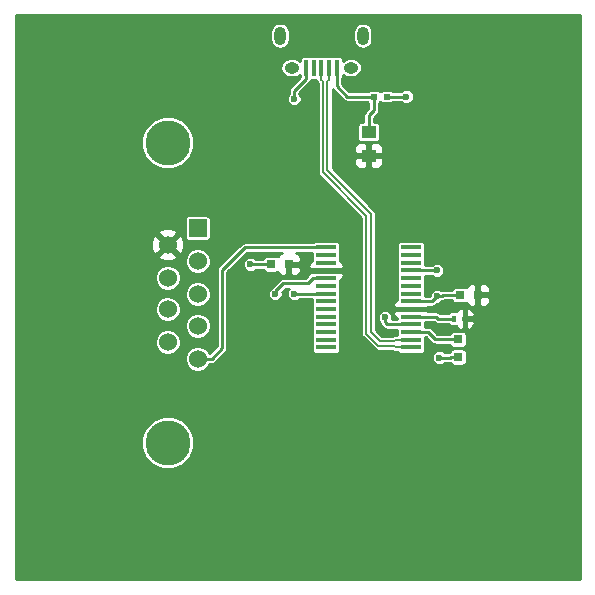
<source format=gtl>
G04 #@! TF.FileFunction,Copper,L1,Top,Signal*
%FSLAX46Y46*%
G04 Gerber Fmt 4.6, Leading zero omitted, Abs format (unit mm)*
G04 Created by KiCad (PCBNEW 4.0.2-stable) date Wed 04 May 2016 02:46:17 PM EDT*
%MOMM*%
G01*
G04 APERTURE LIST*
%ADD10C,0.100000*%
%ADD11R,0.600000X0.500000*%
%ADD12R,0.800000X0.750000*%
%ADD13R,0.750000X0.800000*%
%ADD14C,3.810000*%
%ADD15R,1.524000X1.524000*%
%ADD16C,1.524000*%
%ADD17R,1.250000X1.000000*%
%ADD18R,0.400000X1.350000*%
%ADD19O,1.250000X0.950000*%
%ADD20O,1.000000X1.550000*%
%ADD21R,0.400000X0.600000*%
%ADD22R,1.750000X0.450000*%
%ADD23C,0.600000*%
%ADD24C,0.250000*%
%ADD25C,0.200000*%
%ADD26C,0.254000*%
G04 APERTURE END LIST*
D10*
D11*
X161450000Y-78000000D03*
X162550000Y-78000000D03*
D12*
X154250000Y-92200000D03*
X152750000Y-92200000D03*
X170250000Y-94800000D03*
X168750000Y-94800000D03*
D13*
X168600000Y-98550000D03*
X168600000Y-100050000D03*
D14*
X144000000Y-81903000D03*
X144000000Y-107303000D03*
D15*
X146540000Y-89142000D03*
D16*
X146540000Y-91936000D03*
X146540000Y-94730000D03*
X146540000Y-97397000D03*
X146540000Y-100191000D03*
X144000000Y-98794000D03*
X144000000Y-96000000D03*
X144000000Y-93333000D03*
X144000000Y-90539000D03*
D17*
X161000000Y-81000000D03*
X161000000Y-83000000D03*
D18*
X158300900Y-75562540D03*
X157650900Y-75562540D03*
X157000900Y-75562540D03*
X156350900Y-75562540D03*
X155700900Y-75562540D03*
D19*
X159500900Y-75562540D03*
X154500900Y-75562540D03*
D20*
X160500900Y-72862540D03*
X153500900Y-72862540D03*
D21*
X168250000Y-96800000D03*
X169150000Y-96800000D03*
D22*
X157400000Y-90775000D03*
X157400000Y-91425000D03*
X157400000Y-92075000D03*
X157400000Y-92725000D03*
X157400000Y-93375000D03*
X157400000Y-94025000D03*
X157400000Y-94675000D03*
X157400000Y-95325000D03*
X157400000Y-95975000D03*
X157400000Y-96625000D03*
X157400000Y-97275000D03*
X157400000Y-97925000D03*
X157400000Y-98575000D03*
X157400000Y-99225000D03*
X164600000Y-99225000D03*
X164600000Y-98575000D03*
X164600000Y-97925000D03*
X164600000Y-97275000D03*
X164600000Y-96625000D03*
X164600000Y-95975000D03*
X164600000Y-95325000D03*
X164600000Y-94675000D03*
X164600000Y-94025000D03*
X164600000Y-93375000D03*
X164600000Y-92725000D03*
X164600000Y-92075000D03*
X164600000Y-91425000D03*
X164600000Y-90775000D03*
D23*
X162400000Y-96700000D03*
X151000000Y-92200000D03*
X167000000Y-100100000D03*
X166775000Y-92725000D03*
X166800000Y-94900000D03*
X154725000Y-94675000D03*
X154700000Y-78200000D03*
X164200000Y-78000000D03*
X153100000Y-94700000D03*
D24*
X161000000Y-79600000D02*
X161450000Y-79150000D01*
X161450000Y-79150000D02*
X161450000Y-78000000D01*
X161000000Y-81000000D02*
X161000000Y-79600000D01*
X158300900Y-77100900D02*
X159200000Y-78000000D01*
X159200000Y-78000000D02*
X161450000Y-78000000D01*
X158300900Y-75562540D02*
X158300900Y-77100900D01*
X162575000Y-97275000D02*
X162400000Y-97100000D01*
X162400000Y-97100000D02*
X162400000Y-96700000D01*
X164600000Y-97275000D02*
X162575000Y-97275000D01*
X152750000Y-92200000D02*
X151000000Y-92200000D01*
X167324264Y-94800000D02*
X168750000Y-94800000D01*
X166800000Y-94900000D02*
X167224264Y-94900000D01*
X167224264Y-94900000D02*
X167324264Y-94800000D01*
X167925000Y-100100000D02*
X167000000Y-100100000D01*
X168600000Y-100050000D02*
X167975000Y-100050000D01*
X167975000Y-100050000D02*
X167925000Y-100100000D01*
X164600000Y-92725000D02*
X166775000Y-92725000D01*
X166375000Y-95325000D02*
X166800000Y-94900000D01*
X164600000Y-95325000D02*
X166375000Y-95325000D01*
X157400000Y-94675000D02*
X154725000Y-94675000D01*
X154700000Y-77488440D02*
X154700000Y-78200000D01*
X155700900Y-75562540D02*
X155700900Y-76487540D01*
X155700900Y-76487540D02*
X154700000Y-77488440D01*
X162600000Y-78000000D02*
X164200000Y-78000000D01*
X162550000Y-78000000D02*
X162600000Y-78000000D01*
X166025000Y-97925000D02*
X166650000Y-98550000D01*
X166650000Y-98550000D02*
X168600000Y-98550000D01*
X164600000Y-97925000D02*
X166025000Y-97925000D01*
X157400000Y-90775000D02*
X150525000Y-90775000D01*
X150525000Y-90775000D02*
X148600000Y-92700000D01*
X148600000Y-92700000D02*
X148600000Y-99300000D01*
X148600000Y-99300000D02*
X147709000Y-100191000D01*
X147709000Y-100191000D02*
X146540000Y-100191000D01*
X153800000Y-93800000D02*
X153100000Y-94500000D01*
X153100000Y-94500000D02*
X153100000Y-94700000D01*
X155850000Y-93800000D02*
X153800000Y-93800000D01*
X157400000Y-93375000D02*
X156275000Y-93375000D01*
X156275000Y-93375000D02*
X155850000Y-93800000D01*
D25*
X161200000Y-97917158D02*
X161982842Y-98700000D01*
X161982842Y-98700000D02*
X163162500Y-98700000D01*
X163162500Y-98700000D02*
X163287500Y-98575000D01*
X163287500Y-98575000D02*
X164600000Y-98575000D01*
X161200000Y-87917158D02*
X161200000Y-97917158D01*
X157525900Y-84243058D02*
X161200000Y-87917158D01*
X157525900Y-76700040D02*
X157525900Y-84243058D01*
X157650900Y-75562540D02*
X157650900Y-76575040D01*
X157650900Y-76575040D02*
X157525900Y-76700040D01*
X160800000Y-98082842D02*
X161817158Y-99100000D01*
X163162500Y-99100000D02*
X163287500Y-99225000D01*
X163287500Y-99225000D02*
X164600000Y-99225000D01*
X161817158Y-99100000D02*
X163162500Y-99100000D01*
X160800000Y-88082842D02*
X160800000Y-98082842D01*
X157125900Y-84408742D02*
X160800000Y-88082842D01*
X157000900Y-75562540D02*
X157000900Y-76575040D01*
X157000900Y-76575040D02*
X157125900Y-76700040D01*
X157125900Y-76700040D02*
X157125900Y-84408742D01*
D24*
X166725000Y-96625000D02*
X166900000Y-96800000D01*
X166900000Y-96800000D02*
X168250000Y-96800000D01*
X164600000Y-96625000D02*
X166725000Y-96625000D01*
D26*
G36*
X178873000Y-118873000D02*
X131127000Y-118873000D01*
X131127000Y-107745024D01*
X141767614Y-107745024D01*
X142106700Y-108565674D01*
X142734023Y-109194094D01*
X143554080Y-109534611D01*
X144442024Y-109535386D01*
X145262674Y-109196300D01*
X145891094Y-108568977D01*
X146231611Y-107748920D01*
X146232386Y-106860976D01*
X145893300Y-106040326D01*
X145265977Y-105411906D01*
X144445920Y-105071389D01*
X143557976Y-105070614D01*
X142737326Y-105409700D01*
X142108906Y-106037023D01*
X141768389Y-106857080D01*
X141767614Y-107745024D01*
X131127000Y-107745024D01*
X131127000Y-100406665D01*
X145450811Y-100406665D01*
X145616252Y-100807063D01*
X145922326Y-101113671D01*
X146322434Y-101279811D01*
X146755665Y-101280189D01*
X147156063Y-101114748D01*
X147462671Y-100808674D01*
X147531465Y-100643000D01*
X147709000Y-100643000D01*
X147881973Y-100608594D01*
X148028612Y-100510612D01*
X148315053Y-100224171D01*
X166372891Y-100224171D01*
X166468145Y-100454703D01*
X166644369Y-100631235D01*
X166874735Y-100726891D01*
X167124171Y-100727109D01*
X167354703Y-100631855D01*
X167434698Y-100552000D01*
X167910786Y-100552000D01*
X167914395Y-100571179D01*
X167986012Y-100682474D01*
X168095286Y-100757138D01*
X168225000Y-100783406D01*
X168975000Y-100783406D01*
X169096179Y-100760605D01*
X169207474Y-100688988D01*
X169282138Y-100579714D01*
X169308406Y-100450000D01*
X169308406Y-99650000D01*
X169285605Y-99528821D01*
X169213988Y-99417526D01*
X169104714Y-99342862D01*
X168975000Y-99316594D01*
X168225000Y-99316594D01*
X168103821Y-99339395D01*
X167992526Y-99411012D01*
X167917862Y-99520286D01*
X167899066Y-99613104D01*
X167802027Y-99632406D01*
X167778689Y-99648000D01*
X167434728Y-99648000D01*
X167355631Y-99568765D01*
X167125265Y-99473109D01*
X166875829Y-99472891D01*
X166645297Y-99568145D01*
X166468765Y-99744369D01*
X166373109Y-99974735D01*
X166372891Y-100224171D01*
X148315053Y-100224171D01*
X148919612Y-99619612D01*
X149017594Y-99472973D01*
X149017610Y-99472891D01*
X149052000Y-99300000D01*
X149052000Y-94824171D01*
X152472891Y-94824171D01*
X152568145Y-95054703D01*
X152744369Y-95231235D01*
X152974735Y-95326891D01*
X153224171Y-95327109D01*
X153454703Y-95231855D01*
X153631235Y-95055631D01*
X153726891Y-94825265D01*
X153727109Y-94575829D01*
X153708480Y-94530744D01*
X153987225Y-94252000D01*
X154261252Y-94252000D01*
X154193765Y-94319369D01*
X154098109Y-94549735D01*
X154097891Y-94799171D01*
X154193145Y-95029703D01*
X154369369Y-95206235D01*
X154599735Y-95301891D01*
X154849171Y-95302109D01*
X155079703Y-95206855D01*
X155159698Y-95127000D01*
X156191594Y-95127000D01*
X156191594Y-95550000D01*
X156211101Y-95653673D01*
X156191594Y-95750000D01*
X156191594Y-96200000D01*
X156211101Y-96303673D01*
X156191594Y-96400000D01*
X156191594Y-96850000D01*
X156211101Y-96953673D01*
X156191594Y-97050000D01*
X156191594Y-97500000D01*
X156211101Y-97603673D01*
X156191594Y-97700000D01*
X156191594Y-98150000D01*
X156211101Y-98253673D01*
X156191594Y-98350000D01*
X156191594Y-98800000D01*
X156211101Y-98903673D01*
X156191594Y-99000000D01*
X156191594Y-99450000D01*
X156214395Y-99571179D01*
X156286012Y-99682474D01*
X156395286Y-99757138D01*
X156525000Y-99783406D01*
X158275000Y-99783406D01*
X158396179Y-99760605D01*
X158507474Y-99688988D01*
X158582138Y-99579714D01*
X158608406Y-99450000D01*
X158608406Y-99000000D01*
X158588899Y-98896327D01*
X158608406Y-98800000D01*
X158608406Y-98350000D01*
X158588899Y-98246327D01*
X158608406Y-98150000D01*
X158608406Y-97700000D01*
X158588899Y-97596327D01*
X158608406Y-97500000D01*
X158608406Y-97050000D01*
X158588899Y-96946327D01*
X158608406Y-96850000D01*
X158608406Y-96400000D01*
X158588899Y-96296327D01*
X158608406Y-96200000D01*
X158608406Y-95750000D01*
X158588899Y-95646327D01*
X158608406Y-95550000D01*
X158608406Y-95100000D01*
X158588899Y-94996327D01*
X158608406Y-94900000D01*
X158608406Y-94450000D01*
X158588899Y-94346327D01*
X158608406Y-94250000D01*
X158608406Y-93800000D01*
X158588899Y-93696327D01*
X158608406Y-93600000D01*
X158608406Y-93499218D01*
X158634698Y-93488327D01*
X158813327Y-93309699D01*
X158910000Y-93076310D01*
X158910000Y-92996250D01*
X158751250Y-92837500D01*
X158378236Y-92837500D01*
X158275000Y-92816594D01*
X156525000Y-92816594D01*
X156413892Y-92837500D01*
X156048750Y-92837500D01*
X155890000Y-92996250D01*
X155890000Y-93076310D01*
X155903024Y-93107752D01*
X155662776Y-93348000D01*
X153800000Y-93348000D01*
X153664260Y-93375000D01*
X153627026Y-93382406D01*
X153480387Y-93480388D01*
X152825960Y-94134816D01*
X152745297Y-94168145D01*
X152568765Y-94344369D01*
X152473109Y-94574735D01*
X152472891Y-94824171D01*
X149052000Y-94824171D01*
X149052000Y-92887224D01*
X150712224Y-91227000D01*
X153634365Y-91227000D01*
X153490302Y-91286673D01*
X153311673Y-91465301D01*
X153287654Y-91523287D01*
X153279714Y-91517862D01*
X153150000Y-91491594D01*
X152350000Y-91491594D01*
X152228821Y-91514395D01*
X152117526Y-91586012D01*
X152042862Y-91695286D01*
X152032187Y-91748000D01*
X151434728Y-91748000D01*
X151355631Y-91668765D01*
X151125265Y-91573109D01*
X150875829Y-91572891D01*
X150645297Y-91668145D01*
X150468765Y-91844369D01*
X150373109Y-92074735D01*
X150372891Y-92324171D01*
X150468145Y-92554703D01*
X150644369Y-92731235D01*
X150874735Y-92826891D01*
X151124171Y-92827109D01*
X151354703Y-92731855D01*
X151434698Y-92652000D01*
X152031082Y-92652000D01*
X152039395Y-92696179D01*
X152111012Y-92807474D01*
X152220286Y-92882138D01*
X152350000Y-92908406D01*
X153150000Y-92908406D01*
X153271179Y-92885605D01*
X153287095Y-92875363D01*
X153311673Y-92934699D01*
X153490302Y-93113327D01*
X153723691Y-93210000D01*
X153964250Y-93210000D01*
X154123000Y-93051250D01*
X154123000Y-92327000D01*
X154377000Y-92327000D01*
X154377000Y-93051250D01*
X154535750Y-93210000D01*
X154776309Y-93210000D01*
X155009698Y-93113327D01*
X155188327Y-92934699D01*
X155285000Y-92701310D01*
X155285000Y-92485750D01*
X155126250Y-92327000D01*
X154377000Y-92327000D01*
X154123000Y-92327000D01*
X154103000Y-92327000D01*
X154103000Y-92073000D01*
X154123000Y-92073000D01*
X154123000Y-92053000D01*
X154377000Y-92053000D01*
X154377000Y-92073000D01*
X155126250Y-92073000D01*
X155285000Y-91914250D01*
X155285000Y-91698690D01*
X155188327Y-91465301D01*
X155009698Y-91286673D01*
X154865635Y-91227000D01*
X156191594Y-91227000D01*
X156191594Y-91650000D01*
X156211101Y-91753673D01*
X156191594Y-91850000D01*
X156191594Y-91950782D01*
X156165302Y-91961673D01*
X155986673Y-92140301D01*
X155890000Y-92373690D01*
X155890000Y-92453750D01*
X156048750Y-92612500D01*
X156421764Y-92612500D01*
X156525000Y-92633406D01*
X158275000Y-92633406D01*
X158386108Y-92612500D01*
X158751250Y-92612500D01*
X158910000Y-92453750D01*
X158910000Y-92373690D01*
X158813327Y-92140301D01*
X158634698Y-91961673D01*
X158608406Y-91950782D01*
X158608406Y-91850000D01*
X158588899Y-91746327D01*
X158608406Y-91650000D01*
X158608406Y-91200000D01*
X158588899Y-91096327D01*
X158608406Y-91000000D01*
X158608406Y-90550000D01*
X158585605Y-90428821D01*
X158513988Y-90317526D01*
X158404714Y-90242862D01*
X158275000Y-90216594D01*
X156525000Y-90216594D01*
X156403821Y-90239395D01*
X156292526Y-90311012D01*
X156284335Y-90323000D01*
X150525000Y-90323000D01*
X150352027Y-90357406D01*
X150205388Y-90455388D01*
X148280388Y-92380388D01*
X148182406Y-92527027D01*
X148148000Y-92700000D01*
X148148000Y-99112776D01*
X147528683Y-99732093D01*
X147463748Y-99574937D01*
X147157674Y-99268329D01*
X146757566Y-99102189D01*
X146324335Y-99101811D01*
X145923937Y-99267252D01*
X145617329Y-99573326D01*
X145451189Y-99973434D01*
X145450811Y-100406665D01*
X131127000Y-100406665D01*
X131127000Y-99009665D01*
X142910811Y-99009665D01*
X143076252Y-99410063D01*
X143382326Y-99716671D01*
X143782434Y-99882811D01*
X144215665Y-99883189D01*
X144616063Y-99717748D01*
X144922671Y-99411674D01*
X145088811Y-99011566D01*
X145089189Y-98578335D01*
X144923748Y-98177937D01*
X144617674Y-97871329D01*
X144217566Y-97705189D01*
X143784335Y-97704811D01*
X143383937Y-97870252D01*
X143077329Y-98176326D01*
X142911189Y-98576434D01*
X142910811Y-99009665D01*
X131127000Y-99009665D01*
X131127000Y-97612665D01*
X145450811Y-97612665D01*
X145616252Y-98013063D01*
X145922326Y-98319671D01*
X146322434Y-98485811D01*
X146755665Y-98486189D01*
X147156063Y-98320748D01*
X147462671Y-98014674D01*
X147628811Y-97614566D01*
X147629189Y-97181335D01*
X147463748Y-96780937D01*
X147157674Y-96474329D01*
X146757566Y-96308189D01*
X146324335Y-96307811D01*
X145923937Y-96473252D01*
X145617329Y-96779326D01*
X145451189Y-97179434D01*
X145450811Y-97612665D01*
X131127000Y-97612665D01*
X131127000Y-96215665D01*
X142910811Y-96215665D01*
X143076252Y-96616063D01*
X143382326Y-96922671D01*
X143782434Y-97088811D01*
X144215665Y-97089189D01*
X144616063Y-96923748D01*
X144922671Y-96617674D01*
X145088811Y-96217566D01*
X145089189Y-95784335D01*
X144923748Y-95383937D01*
X144617674Y-95077329D01*
X144300594Y-94945665D01*
X145450811Y-94945665D01*
X145616252Y-95346063D01*
X145922326Y-95652671D01*
X146322434Y-95818811D01*
X146755665Y-95819189D01*
X147156063Y-95653748D01*
X147462671Y-95347674D01*
X147628811Y-94947566D01*
X147629189Y-94514335D01*
X147463748Y-94113937D01*
X147157674Y-93807329D01*
X146757566Y-93641189D01*
X146324335Y-93640811D01*
X145923937Y-93806252D01*
X145617329Y-94112326D01*
X145451189Y-94512434D01*
X145450811Y-94945665D01*
X144300594Y-94945665D01*
X144217566Y-94911189D01*
X143784335Y-94910811D01*
X143383937Y-95076252D01*
X143077329Y-95382326D01*
X142911189Y-95782434D01*
X142910811Y-96215665D01*
X131127000Y-96215665D01*
X131127000Y-93548665D01*
X142910811Y-93548665D01*
X143076252Y-93949063D01*
X143382326Y-94255671D01*
X143782434Y-94421811D01*
X144215665Y-94422189D01*
X144616063Y-94256748D01*
X144922671Y-93950674D01*
X145088811Y-93550566D01*
X145089189Y-93117335D01*
X144923748Y-92716937D01*
X144617674Y-92410329D01*
X144217566Y-92244189D01*
X143784335Y-92243811D01*
X143383937Y-92409252D01*
X143077329Y-92715326D01*
X142911189Y-93115434D01*
X142910811Y-93548665D01*
X131127000Y-93548665D01*
X131127000Y-92151665D01*
X145450811Y-92151665D01*
X145616252Y-92552063D01*
X145922326Y-92858671D01*
X146322434Y-93024811D01*
X146755665Y-93025189D01*
X147156063Y-92859748D01*
X147462671Y-92553674D01*
X147628811Y-92153566D01*
X147629189Y-91720335D01*
X147463748Y-91319937D01*
X147157674Y-91013329D01*
X146757566Y-90847189D01*
X146324335Y-90846811D01*
X145923937Y-91012252D01*
X145617329Y-91318326D01*
X145451189Y-91718434D01*
X145450811Y-92151665D01*
X131127000Y-92151665D01*
X131127000Y-91519213D01*
X143199392Y-91519213D01*
X143268857Y-91761397D01*
X143792302Y-91948144D01*
X144347368Y-91920362D01*
X144731143Y-91761397D01*
X144800608Y-91519213D01*
X144000000Y-90718605D01*
X143199392Y-91519213D01*
X131127000Y-91519213D01*
X131127000Y-90331302D01*
X142590856Y-90331302D01*
X142618638Y-90886368D01*
X142777603Y-91270143D01*
X143019787Y-91339608D01*
X143820395Y-90539000D01*
X144179605Y-90539000D01*
X144980213Y-91339608D01*
X145222397Y-91270143D01*
X145409144Y-90746698D01*
X145381362Y-90191632D01*
X145222397Y-89807857D01*
X144980213Y-89738392D01*
X144179605Y-90539000D01*
X143820395Y-90539000D01*
X143019787Y-89738392D01*
X142777603Y-89807857D01*
X142590856Y-90331302D01*
X131127000Y-90331302D01*
X131127000Y-89558787D01*
X143199392Y-89558787D01*
X144000000Y-90359395D01*
X144800608Y-89558787D01*
X144731143Y-89316603D01*
X144207698Y-89129856D01*
X143652632Y-89157638D01*
X143268857Y-89316603D01*
X143199392Y-89558787D01*
X131127000Y-89558787D01*
X131127000Y-88380000D01*
X145444594Y-88380000D01*
X145444594Y-89904000D01*
X145467395Y-90025179D01*
X145539012Y-90136474D01*
X145648286Y-90211138D01*
X145778000Y-90237406D01*
X147302000Y-90237406D01*
X147423179Y-90214605D01*
X147534474Y-90142988D01*
X147609138Y-90033714D01*
X147635406Y-89904000D01*
X147635406Y-88380000D01*
X147612605Y-88258821D01*
X147540988Y-88147526D01*
X147431714Y-88072862D01*
X147302000Y-88046594D01*
X145778000Y-88046594D01*
X145656821Y-88069395D01*
X145545526Y-88141012D01*
X145470862Y-88250286D01*
X145444594Y-88380000D01*
X131127000Y-88380000D01*
X131127000Y-82345024D01*
X141767614Y-82345024D01*
X142106700Y-83165674D01*
X142734023Y-83794094D01*
X143554080Y-84134611D01*
X144442024Y-84135386D01*
X145262674Y-83796300D01*
X145891094Y-83168977D01*
X146231611Y-82348920D01*
X146232386Y-81460976D01*
X145893300Y-80640326D01*
X145265977Y-80011906D01*
X144445920Y-79671389D01*
X143557976Y-79670614D01*
X142737326Y-80009700D01*
X142108906Y-80637023D01*
X141768389Y-81457080D01*
X141767614Y-82345024D01*
X131127000Y-82345024D01*
X131127000Y-75562540D01*
X153530249Y-75562540D01*
X153591298Y-75869452D01*
X153765149Y-76129640D01*
X154025337Y-76303491D01*
X154332249Y-76364540D01*
X154669551Y-76364540D01*
X154976463Y-76303491D01*
X155167494Y-76175849D01*
X155167494Y-76237540D01*
X155190295Y-76358719D01*
X155190374Y-76358841D01*
X154380388Y-77168828D01*
X154282406Y-77315467D01*
X154248000Y-77488440D01*
X154248000Y-77765272D01*
X154168765Y-77844369D01*
X154073109Y-78074735D01*
X154072891Y-78324171D01*
X154168145Y-78554703D01*
X154344369Y-78731235D01*
X154574735Y-78826891D01*
X154824171Y-78827109D01*
X155054703Y-78731855D01*
X155231235Y-78555631D01*
X155326891Y-78325265D01*
X155327109Y-78075829D01*
X155231855Y-77845297D01*
X155152000Y-77765302D01*
X155152000Y-77675664D01*
X156020512Y-76807153D01*
X156118494Y-76660513D01*
X156135495Y-76575040D01*
X156136875Y-76568106D01*
X156150900Y-76570946D01*
X156550900Y-76570946D01*
X156573900Y-76566618D01*
X156573900Y-76575035D01*
X156573899Y-76575040D01*
X156606403Y-76738446D01*
X156698900Y-76876878D01*
X156698900Y-84408737D01*
X156698899Y-84408742D01*
X156731403Y-84572148D01*
X156823965Y-84710677D01*
X160373000Y-88259712D01*
X160373000Y-98082837D01*
X160372999Y-98082842D01*
X160405503Y-98246248D01*
X160498065Y-98384777D01*
X161515221Y-99401932D01*
X161515223Y-99401935D01*
X161621539Y-99472973D01*
X161653752Y-99494497D01*
X161817158Y-99527001D01*
X161817163Y-99527000D01*
X162985662Y-99527000D01*
X163124094Y-99619497D01*
X163287500Y-99652001D01*
X163287505Y-99652000D01*
X163466402Y-99652000D01*
X163486012Y-99682474D01*
X163595286Y-99757138D01*
X163725000Y-99783406D01*
X165475000Y-99783406D01*
X165596179Y-99760605D01*
X165707474Y-99688988D01*
X165782138Y-99579714D01*
X165808406Y-99450000D01*
X165808406Y-99000000D01*
X165788899Y-98896327D01*
X165808406Y-98800000D01*
X165808406Y-98377000D01*
X165837776Y-98377000D01*
X166330387Y-98869612D01*
X166477026Y-98967594D01*
X166505724Y-98973302D01*
X166650000Y-99002000D01*
X167901378Y-99002000D01*
X167914395Y-99071179D01*
X167986012Y-99182474D01*
X168095286Y-99257138D01*
X168225000Y-99283406D01*
X168975000Y-99283406D01*
X169096179Y-99260605D01*
X169207474Y-99188988D01*
X169282138Y-99079714D01*
X169308406Y-98950000D01*
X169308406Y-98150000D01*
X169285605Y-98028821D01*
X169213988Y-97917526D01*
X169104714Y-97842862D01*
X168975000Y-97816594D01*
X168225000Y-97816594D01*
X168103821Y-97839395D01*
X167992526Y-97911012D01*
X167917862Y-98020286D01*
X167902124Y-98098000D01*
X166837225Y-98098000D01*
X166344612Y-97605388D01*
X166197973Y-97507406D01*
X166025000Y-97473000D01*
X165808406Y-97473000D01*
X165808406Y-97077000D01*
X166537775Y-97077000D01*
X166580387Y-97119612D01*
X166727027Y-97217594D01*
X166900000Y-97252000D01*
X167759228Y-97252000D01*
X167811012Y-97332474D01*
X167920286Y-97407138D01*
X168050000Y-97433406D01*
X168400782Y-97433406D01*
X168411673Y-97459699D01*
X168590302Y-97638327D01*
X168823691Y-97735000D01*
X168891250Y-97735000D01*
X169050000Y-97576250D01*
X169050000Y-96927000D01*
X169250000Y-96927000D01*
X169250000Y-97576250D01*
X169408750Y-97735000D01*
X169476309Y-97735000D01*
X169709698Y-97638327D01*
X169888327Y-97459699D01*
X169985000Y-97226310D01*
X169985000Y-97085750D01*
X169826250Y-96927000D01*
X169250000Y-96927000D01*
X169050000Y-96927000D01*
X169003000Y-96927000D01*
X169003000Y-96673000D01*
X169050000Y-96673000D01*
X169050000Y-96023750D01*
X169250000Y-96023750D01*
X169250000Y-96673000D01*
X169826250Y-96673000D01*
X169985000Y-96514250D01*
X169985000Y-96373690D01*
X169888327Y-96140301D01*
X169709698Y-95961673D01*
X169476309Y-95865000D01*
X169408750Y-95865000D01*
X169250000Y-96023750D01*
X169050000Y-96023750D01*
X168891250Y-95865000D01*
X168823691Y-95865000D01*
X168590302Y-95961673D01*
X168411673Y-96140301D01*
X168400782Y-96166594D01*
X168050000Y-96166594D01*
X167928821Y-96189395D01*
X167817526Y-96261012D01*
X167758089Y-96348000D01*
X167087224Y-96348000D01*
X167044612Y-96305388D01*
X166897973Y-96207406D01*
X166725000Y-96173000D01*
X166036750Y-96173000D01*
X165951250Y-96087500D01*
X165578236Y-96087500D01*
X165475000Y-96066594D01*
X163725000Y-96066594D01*
X163613892Y-96087500D01*
X163248750Y-96087500D01*
X163090000Y-96246250D01*
X163090000Y-96326310D01*
X163186673Y-96559699D01*
X163365302Y-96738327D01*
X163391594Y-96749218D01*
X163391594Y-96823000D01*
X163026893Y-96823000D01*
X163027109Y-96575829D01*
X162931855Y-96345297D01*
X162755631Y-96168765D01*
X162525265Y-96073109D01*
X162275829Y-96072891D01*
X162045297Y-96168145D01*
X161868765Y-96344369D01*
X161773109Y-96574735D01*
X161772891Y-96824171D01*
X161868145Y-97054703D01*
X161956619Y-97143332D01*
X161982406Y-97272973D01*
X162080388Y-97419612D01*
X162255387Y-97594612D01*
X162395668Y-97688345D01*
X162402027Y-97692594D01*
X162575000Y-97727000D01*
X163391594Y-97727000D01*
X163391594Y-98148000D01*
X163287505Y-98148000D01*
X163287500Y-98147999D01*
X163136994Y-98177937D01*
X163124094Y-98180503D01*
X162985662Y-98273000D01*
X162159711Y-98273000D01*
X161627000Y-97740288D01*
X161627000Y-95623690D01*
X163090000Y-95623690D01*
X163090000Y-95703750D01*
X163248750Y-95862500D01*
X163621764Y-95862500D01*
X163725000Y-95883406D01*
X165475000Y-95883406D01*
X165586108Y-95862500D01*
X165951250Y-95862500D01*
X166036750Y-95777000D01*
X166375000Y-95777000D01*
X166547973Y-95742594D01*
X166694612Y-95644612D01*
X166812213Y-95527011D01*
X166924171Y-95527109D01*
X167154703Y-95431855D01*
X167237294Y-95349408D01*
X167397237Y-95317594D01*
X167495404Y-95252000D01*
X168031082Y-95252000D01*
X168039395Y-95296179D01*
X168111012Y-95407474D01*
X168220286Y-95482138D01*
X168350000Y-95508406D01*
X169150000Y-95508406D01*
X169271179Y-95485605D01*
X169287095Y-95475363D01*
X169311673Y-95534699D01*
X169490302Y-95713327D01*
X169723691Y-95810000D01*
X169964250Y-95810000D01*
X170123000Y-95651250D01*
X170123000Y-94927000D01*
X170377000Y-94927000D01*
X170377000Y-95651250D01*
X170535750Y-95810000D01*
X170776309Y-95810000D01*
X171009698Y-95713327D01*
X171188327Y-95534699D01*
X171285000Y-95301310D01*
X171285000Y-95085750D01*
X171126250Y-94927000D01*
X170377000Y-94927000D01*
X170123000Y-94927000D01*
X170103000Y-94927000D01*
X170103000Y-94673000D01*
X170123000Y-94673000D01*
X170123000Y-93948750D01*
X170377000Y-93948750D01*
X170377000Y-94673000D01*
X171126250Y-94673000D01*
X171285000Y-94514250D01*
X171285000Y-94298690D01*
X171188327Y-94065301D01*
X171009698Y-93886673D01*
X170776309Y-93790000D01*
X170535750Y-93790000D01*
X170377000Y-93948750D01*
X170123000Y-93948750D01*
X169964250Y-93790000D01*
X169723691Y-93790000D01*
X169490302Y-93886673D01*
X169311673Y-94065301D01*
X169287654Y-94123287D01*
X169279714Y-94117862D01*
X169150000Y-94091594D01*
X168350000Y-94091594D01*
X168228821Y-94114395D01*
X168117526Y-94186012D01*
X168042862Y-94295286D01*
X168032187Y-94348000D01*
X167324264Y-94348000D01*
X167166273Y-94379426D01*
X167155631Y-94368765D01*
X166925265Y-94273109D01*
X166675829Y-94272891D01*
X166445297Y-94368145D01*
X166268765Y-94544369D01*
X166173109Y-94774735D01*
X166173023Y-94873000D01*
X165808406Y-94873000D01*
X165808406Y-94450000D01*
X165788899Y-94346327D01*
X165808406Y-94250000D01*
X165808406Y-93800000D01*
X165788899Y-93696327D01*
X165808406Y-93600000D01*
X165808406Y-93177000D01*
X166340272Y-93177000D01*
X166419369Y-93256235D01*
X166649735Y-93351891D01*
X166899171Y-93352109D01*
X167129703Y-93256855D01*
X167306235Y-93080631D01*
X167401891Y-92850265D01*
X167402109Y-92600829D01*
X167306855Y-92370297D01*
X167130631Y-92193765D01*
X166900265Y-92098109D01*
X166650829Y-92097891D01*
X166420297Y-92193145D01*
X166340302Y-92273000D01*
X165808406Y-92273000D01*
X165808406Y-91850000D01*
X165788899Y-91746327D01*
X165808406Y-91650000D01*
X165808406Y-91200000D01*
X165788899Y-91096327D01*
X165808406Y-91000000D01*
X165808406Y-90550000D01*
X165785605Y-90428821D01*
X165713988Y-90317526D01*
X165604714Y-90242862D01*
X165475000Y-90216594D01*
X163725000Y-90216594D01*
X163603821Y-90239395D01*
X163492526Y-90311012D01*
X163417862Y-90420286D01*
X163391594Y-90550000D01*
X163391594Y-91000000D01*
X163411101Y-91103673D01*
X163391594Y-91200000D01*
X163391594Y-91650000D01*
X163411101Y-91753673D01*
X163391594Y-91850000D01*
X163391594Y-92300000D01*
X163411101Y-92403673D01*
X163391594Y-92500000D01*
X163391594Y-92950000D01*
X163411101Y-93053673D01*
X163391594Y-93150000D01*
X163391594Y-93600000D01*
X163411101Y-93703673D01*
X163391594Y-93800000D01*
X163391594Y-94250000D01*
X163411101Y-94353673D01*
X163391594Y-94450000D01*
X163391594Y-94900000D01*
X163411101Y-95003673D01*
X163391594Y-95100000D01*
X163391594Y-95200782D01*
X163365302Y-95211673D01*
X163186673Y-95390301D01*
X163090000Y-95623690D01*
X161627000Y-95623690D01*
X161627000Y-87917163D01*
X161627001Y-87917158D01*
X161594497Y-87753752D01*
X161501935Y-87615223D01*
X157952900Y-84066188D01*
X157952900Y-83285750D01*
X159740000Y-83285750D01*
X159740000Y-83626309D01*
X159836673Y-83859698D01*
X160015301Y-84038327D01*
X160248690Y-84135000D01*
X160714250Y-84135000D01*
X160873000Y-83976250D01*
X160873000Y-83127000D01*
X161127000Y-83127000D01*
X161127000Y-83976250D01*
X161285750Y-84135000D01*
X161751310Y-84135000D01*
X161984699Y-84038327D01*
X162163327Y-83859698D01*
X162260000Y-83626309D01*
X162260000Y-83285750D01*
X162101250Y-83127000D01*
X161127000Y-83127000D01*
X160873000Y-83127000D01*
X159898750Y-83127000D01*
X159740000Y-83285750D01*
X157952900Y-83285750D01*
X157952900Y-82373691D01*
X159740000Y-82373691D01*
X159740000Y-82714250D01*
X159898750Y-82873000D01*
X160873000Y-82873000D01*
X160873000Y-82023750D01*
X161127000Y-82023750D01*
X161127000Y-82873000D01*
X162101250Y-82873000D01*
X162260000Y-82714250D01*
X162260000Y-82373691D01*
X162163327Y-82140302D01*
X161984699Y-81961673D01*
X161751310Y-81865000D01*
X161285750Y-81865000D01*
X161127000Y-82023750D01*
X160873000Y-82023750D01*
X160714250Y-81865000D01*
X160248690Y-81865000D01*
X160015301Y-81961673D01*
X159836673Y-82140302D01*
X159740000Y-82373691D01*
X157952900Y-82373691D01*
X157952900Y-77378027D01*
X157981288Y-77420512D01*
X158880387Y-78319612D01*
X158970336Y-78379714D01*
X159027027Y-78417594D01*
X159200000Y-78452000D01*
X160891402Y-78452000D01*
X160911012Y-78482474D01*
X160998000Y-78541911D01*
X160998000Y-78962776D01*
X160680388Y-79280388D01*
X160582406Y-79427027D01*
X160548000Y-79600000D01*
X160548000Y-80166594D01*
X160375000Y-80166594D01*
X160253821Y-80189395D01*
X160142526Y-80261012D01*
X160067862Y-80370286D01*
X160041594Y-80500000D01*
X160041594Y-81500000D01*
X160064395Y-81621179D01*
X160136012Y-81732474D01*
X160245286Y-81807138D01*
X160375000Y-81833406D01*
X161625000Y-81833406D01*
X161746179Y-81810605D01*
X161857474Y-81738988D01*
X161932138Y-81629714D01*
X161958406Y-81500000D01*
X161958406Y-80500000D01*
X161935605Y-80378821D01*
X161863988Y-80267526D01*
X161754714Y-80192862D01*
X161625000Y-80166594D01*
X161452000Y-80166594D01*
X161452000Y-79787224D01*
X161769612Y-79469612D01*
X161867594Y-79322973D01*
X161902000Y-79150000D01*
X161902000Y-78540772D01*
X161982474Y-78488988D01*
X161999330Y-78464319D01*
X162011012Y-78482474D01*
X162120286Y-78557138D01*
X162250000Y-78583406D01*
X162850000Y-78583406D01*
X162971179Y-78560605D01*
X163082474Y-78488988D01*
X163107747Y-78452000D01*
X163765272Y-78452000D01*
X163844369Y-78531235D01*
X164074735Y-78626891D01*
X164324171Y-78627109D01*
X164554703Y-78531855D01*
X164731235Y-78355631D01*
X164826891Y-78125265D01*
X164827109Y-77875829D01*
X164731855Y-77645297D01*
X164555631Y-77468765D01*
X164325265Y-77373109D01*
X164075829Y-77372891D01*
X163845297Y-77468145D01*
X163765302Y-77548000D01*
X163108598Y-77548000D01*
X163088988Y-77517526D01*
X162979714Y-77442862D01*
X162850000Y-77416594D01*
X162250000Y-77416594D01*
X162128821Y-77439395D01*
X162017526Y-77511012D01*
X162000670Y-77535681D01*
X161988988Y-77517526D01*
X161879714Y-77442862D01*
X161750000Y-77416594D01*
X161150000Y-77416594D01*
X161028821Y-77439395D01*
X160917526Y-77511012D01*
X160892253Y-77548000D01*
X159387225Y-77548000D01*
X158752900Y-76913676D01*
X158752900Y-76447951D01*
X158808038Y-76367254D01*
X158834306Y-76237540D01*
X158834306Y-76175849D01*
X159025337Y-76303491D01*
X159332249Y-76364540D01*
X159669551Y-76364540D01*
X159976463Y-76303491D01*
X160236651Y-76129640D01*
X160410502Y-75869452D01*
X160471551Y-75562540D01*
X160410502Y-75255628D01*
X160236651Y-74995440D01*
X159976463Y-74821589D01*
X159669551Y-74760540D01*
X159332249Y-74760540D01*
X159025337Y-74821589D01*
X158834306Y-74949231D01*
X158834306Y-74887540D01*
X158811505Y-74766361D01*
X158739888Y-74655066D01*
X158630614Y-74580402D01*
X158500900Y-74554134D01*
X158100900Y-74554134D01*
X157979721Y-74576935D01*
X157975837Y-74579435D01*
X157850900Y-74554134D01*
X157450900Y-74554134D01*
X157329721Y-74576935D01*
X157325837Y-74579435D01*
X157200900Y-74554134D01*
X156800900Y-74554134D01*
X156679721Y-74576935D01*
X156675837Y-74579435D01*
X156550900Y-74554134D01*
X156150900Y-74554134D01*
X156029721Y-74576935D01*
X156025837Y-74579435D01*
X155900900Y-74554134D01*
X155500900Y-74554134D01*
X155379721Y-74576935D01*
X155268426Y-74648552D01*
X155193762Y-74757826D01*
X155167494Y-74887540D01*
X155167494Y-74949231D01*
X154976463Y-74821589D01*
X154669551Y-74760540D01*
X154332249Y-74760540D01*
X154025337Y-74821589D01*
X153765149Y-74995440D01*
X153591298Y-75255628D01*
X153530249Y-75562540D01*
X131127000Y-75562540D01*
X131127000Y-72565951D01*
X152673900Y-72565951D01*
X152673900Y-73159129D01*
X152736852Y-73475608D01*
X152916123Y-73743906D01*
X153184421Y-73923177D01*
X153500900Y-73986129D01*
X153817379Y-73923177D01*
X154085677Y-73743906D01*
X154264948Y-73475608D01*
X154327900Y-73159129D01*
X154327900Y-72565951D01*
X159673900Y-72565951D01*
X159673900Y-73159129D01*
X159736852Y-73475608D01*
X159916123Y-73743906D01*
X160184421Y-73923177D01*
X160500900Y-73986129D01*
X160817379Y-73923177D01*
X161085677Y-73743906D01*
X161264948Y-73475608D01*
X161327900Y-73159129D01*
X161327900Y-72565951D01*
X161264948Y-72249472D01*
X161085677Y-71981174D01*
X160817379Y-71801903D01*
X160500900Y-71738951D01*
X160184421Y-71801903D01*
X159916123Y-71981174D01*
X159736852Y-72249472D01*
X159673900Y-72565951D01*
X154327900Y-72565951D01*
X154264948Y-72249472D01*
X154085677Y-71981174D01*
X153817379Y-71801903D01*
X153500900Y-71738951D01*
X153184421Y-71801903D01*
X152916123Y-71981174D01*
X152736852Y-72249472D01*
X152673900Y-72565951D01*
X131127000Y-72565951D01*
X131127000Y-71127000D01*
X178873000Y-71127000D01*
X178873000Y-118873000D01*
X178873000Y-118873000D01*
G37*
X178873000Y-118873000D02*
X131127000Y-118873000D01*
X131127000Y-107745024D01*
X141767614Y-107745024D01*
X142106700Y-108565674D01*
X142734023Y-109194094D01*
X143554080Y-109534611D01*
X144442024Y-109535386D01*
X145262674Y-109196300D01*
X145891094Y-108568977D01*
X146231611Y-107748920D01*
X146232386Y-106860976D01*
X145893300Y-106040326D01*
X145265977Y-105411906D01*
X144445920Y-105071389D01*
X143557976Y-105070614D01*
X142737326Y-105409700D01*
X142108906Y-106037023D01*
X141768389Y-106857080D01*
X141767614Y-107745024D01*
X131127000Y-107745024D01*
X131127000Y-100406665D01*
X145450811Y-100406665D01*
X145616252Y-100807063D01*
X145922326Y-101113671D01*
X146322434Y-101279811D01*
X146755665Y-101280189D01*
X147156063Y-101114748D01*
X147462671Y-100808674D01*
X147531465Y-100643000D01*
X147709000Y-100643000D01*
X147881973Y-100608594D01*
X148028612Y-100510612D01*
X148315053Y-100224171D01*
X166372891Y-100224171D01*
X166468145Y-100454703D01*
X166644369Y-100631235D01*
X166874735Y-100726891D01*
X167124171Y-100727109D01*
X167354703Y-100631855D01*
X167434698Y-100552000D01*
X167910786Y-100552000D01*
X167914395Y-100571179D01*
X167986012Y-100682474D01*
X168095286Y-100757138D01*
X168225000Y-100783406D01*
X168975000Y-100783406D01*
X169096179Y-100760605D01*
X169207474Y-100688988D01*
X169282138Y-100579714D01*
X169308406Y-100450000D01*
X169308406Y-99650000D01*
X169285605Y-99528821D01*
X169213988Y-99417526D01*
X169104714Y-99342862D01*
X168975000Y-99316594D01*
X168225000Y-99316594D01*
X168103821Y-99339395D01*
X167992526Y-99411012D01*
X167917862Y-99520286D01*
X167899066Y-99613104D01*
X167802027Y-99632406D01*
X167778689Y-99648000D01*
X167434728Y-99648000D01*
X167355631Y-99568765D01*
X167125265Y-99473109D01*
X166875829Y-99472891D01*
X166645297Y-99568145D01*
X166468765Y-99744369D01*
X166373109Y-99974735D01*
X166372891Y-100224171D01*
X148315053Y-100224171D01*
X148919612Y-99619612D01*
X149017594Y-99472973D01*
X149017610Y-99472891D01*
X149052000Y-99300000D01*
X149052000Y-94824171D01*
X152472891Y-94824171D01*
X152568145Y-95054703D01*
X152744369Y-95231235D01*
X152974735Y-95326891D01*
X153224171Y-95327109D01*
X153454703Y-95231855D01*
X153631235Y-95055631D01*
X153726891Y-94825265D01*
X153727109Y-94575829D01*
X153708480Y-94530744D01*
X153987225Y-94252000D01*
X154261252Y-94252000D01*
X154193765Y-94319369D01*
X154098109Y-94549735D01*
X154097891Y-94799171D01*
X154193145Y-95029703D01*
X154369369Y-95206235D01*
X154599735Y-95301891D01*
X154849171Y-95302109D01*
X155079703Y-95206855D01*
X155159698Y-95127000D01*
X156191594Y-95127000D01*
X156191594Y-95550000D01*
X156211101Y-95653673D01*
X156191594Y-95750000D01*
X156191594Y-96200000D01*
X156211101Y-96303673D01*
X156191594Y-96400000D01*
X156191594Y-96850000D01*
X156211101Y-96953673D01*
X156191594Y-97050000D01*
X156191594Y-97500000D01*
X156211101Y-97603673D01*
X156191594Y-97700000D01*
X156191594Y-98150000D01*
X156211101Y-98253673D01*
X156191594Y-98350000D01*
X156191594Y-98800000D01*
X156211101Y-98903673D01*
X156191594Y-99000000D01*
X156191594Y-99450000D01*
X156214395Y-99571179D01*
X156286012Y-99682474D01*
X156395286Y-99757138D01*
X156525000Y-99783406D01*
X158275000Y-99783406D01*
X158396179Y-99760605D01*
X158507474Y-99688988D01*
X158582138Y-99579714D01*
X158608406Y-99450000D01*
X158608406Y-99000000D01*
X158588899Y-98896327D01*
X158608406Y-98800000D01*
X158608406Y-98350000D01*
X158588899Y-98246327D01*
X158608406Y-98150000D01*
X158608406Y-97700000D01*
X158588899Y-97596327D01*
X158608406Y-97500000D01*
X158608406Y-97050000D01*
X158588899Y-96946327D01*
X158608406Y-96850000D01*
X158608406Y-96400000D01*
X158588899Y-96296327D01*
X158608406Y-96200000D01*
X158608406Y-95750000D01*
X158588899Y-95646327D01*
X158608406Y-95550000D01*
X158608406Y-95100000D01*
X158588899Y-94996327D01*
X158608406Y-94900000D01*
X158608406Y-94450000D01*
X158588899Y-94346327D01*
X158608406Y-94250000D01*
X158608406Y-93800000D01*
X158588899Y-93696327D01*
X158608406Y-93600000D01*
X158608406Y-93499218D01*
X158634698Y-93488327D01*
X158813327Y-93309699D01*
X158910000Y-93076310D01*
X158910000Y-92996250D01*
X158751250Y-92837500D01*
X158378236Y-92837500D01*
X158275000Y-92816594D01*
X156525000Y-92816594D01*
X156413892Y-92837500D01*
X156048750Y-92837500D01*
X155890000Y-92996250D01*
X155890000Y-93076310D01*
X155903024Y-93107752D01*
X155662776Y-93348000D01*
X153800000Y-93348000D01*
X153664260Y-93375000D01*
X153627026Y-93382406D01*
X153480387Y-93480388D01*
X152825960Y-94134816D01*
X152745297Y-94168145D01*
X152568765Y-94344369D01*
X152473109Y-94574735D01*
X152472891Y-94824171D01*
X149052000Y-94824171D01*
X149052000Y-92887224D01*
X150712224Y-91227000D01*
X153634365Y-91227000D01*
X153490302Y-91286673D01*
X153311673Y-91465301D01*
X153287654Y-91523287D01*
X153279714Y-91517862D01*
X153150000Y-91491594D01*
X152350000Y-91491594D01*
X152228821Y-91514395D01*
X152117526Y-91586012D01*
X152042862Y-91695286D01*
X152032187Y-91748000D01*
X151434728Y-91748000D01*
X151355631Y-91668765D01*
X151125265Y-91573109D01*
X150875829Y-91572891D01*
X150645297Y-91668145D01*
X150468765Y-91844369D01*
X150373109Y-92074735D01*
X150372891Y-92324171D01*
X150468145Y-92554703D01*
X150644369Y-92731235D01*
X150874735Y-92826891D01*
X151124171Y-92827109D01*
X151354703Y-92731855D01*
X151434698Y-92652000D01*
X152031082Y-92652000D01*
X152039395Y-92696179D01*
X152111012Y-92807474D01*
X152220286Y-92882138D01*
X152350000Y-92908406D01*
X153150000Y-92908406D01*
X153271179Y-92885605D01*
X153287095Y-92875363D01*
X153311673Y-92934699D01*
X153490302Y-93113327D01*
X153723691Y-93210000D01*
X153964250Y-93210000D01*
X154123000Y-93051250D01*
X154123000Y-92327000D01*
X154377000Y-92327000D01*
X154377000Y-93051250D01*
X154535750Y-93210000D01*
X154776309Y-93210000D01*
X155009698Y-93113327D01*
X155188327Y-92934699D01*
X155285000Y-92701310D01*
X155285000Y-92485750D01*
X155126250Y-92327000D01*
X154377000Y-92327000D01*
X154123000Y-92327000D01*
X154103000Y-92327000D01*
X154103000Y-92073000D01*
X154123000Y-92073000D01*
X154123000Y-92053000D01*
X154377000Y-92053000D01*
X154377000Y-92073000D01*
X155126250Y-92073000D01*
X155285000Y-91914250D01*
X155285000Y-91698690D01*
X155188327Y-91465301D01*
X155009698Y-91286673D01*
X154865635Y-91227000D01*
X156191594Y-91227000D01*
X156191594Y-91650000D01*
X156211101Y-91753673D01*
X156191594Y-91850000D01*
X156191594Y-91950782D01*
X156165302Y-91961673D01*
X155986673Y-92140301D01*
X155890000Y-92373690D01*
X155890000Y-92453750D01*
X156048750Y-92612500D01*
X156421764Y-92612500D01*
X156525000Y-92633406D01*
X158275000Y-92633406D01*
X158386108Y-92612500D01*
X158751250Y-92612500D01*
X158910000Y-92453750D01*
X158910000Y-92373690D01*
X158813327Y-92140301D01*
X158634698Y-91961673D01*
X158608406Y-91950782D01*
X158608406Y-91850000D01*
X158588899Y-91746327D01*
X158608406Y-91650000D01*
X158608406Y-91200000D01*
X158588899Y-91096327D01*
X158608406Y-91000000D01*
X158608406Y-90550000D01*
X158585605Y-90428821D01*
X158513988Y-90317526D01*
X158404714Y-90242862D01*
X158275000Y-90216594D01*
X156525000Y-90216594D01*
X156403821Y-90239395D01*
X156292526Y-90311012D01*
X156284335Y-90323000D01*
X150525000Y-90323000D01*
X150352027Y-90357406D01*
X150205388Y-90455388D01*
X148280388Y-92380388D01*
X148182406Y-92527027D01*
X148148000Y-92700000D01*
X148148000Y-99112776D01*
X147528683Y-99732093D01*
X147463748Y-99574937D01*
X147157674Y-99268329D01*
X146757566Y-99102189D01*
X146324335Y-99101811D01*
X145923937Y-99267252D01*
X145617329Y-99573326D01*
X145451189Y-99973434D01*
X145450811Y-100406665D01*
X131127000Y-100406665D01*
X131127000Y-99009665D01*
X142910811Y-99009665D01*
X143076252Y-99410063D01*
X143382326Y-99716671D01*
X143782434Y-99882811D01*
X144215665Y-99883189D01*
X144616063Y-99717748D01*
X144922671Y-99411674D01*
X145088811Y-99011566D01*
X145089189Y-98578335D01*
X144923748Y-98177937D01*
X144617674Y-97871329D01*
X144217566Y-97705189D01*
X143784335Y-97704811D01*
X143383937Y-97870252D01*
X143077329Y-98176326D01*
X142911189Y-98576434D01*
X142910811Y-99009665D01*
X131127000Y-99009665D01*
X131127000Y-97612665D01*
X145450811Y-97612665D01*
X145616252Y-98013063D01*
X145922326Y-98319671D01*
X146322434Y-98485811D01*
X146755665Y-98486189D01*
X147156063Y-98320748D01*
X147462671Y-98014674D01*
X147628811Y-97614566D01*
X147629189Y-97181335D01*
X147463748Y-96780937D01*
X147157674Y-96474329D01*
X146757566Y-96308189D01*
X146324335Y-96307811D01*
X145923937Y-96473252D01*
X145617329Y-96779326D01*
X145451189Y-97179434D01*
X145450811Y-97612665D01*
X131127000Y-97612665D01*
X131127000Y-96215665D01*
X142910811Y-96215665D01*
X143076252Y-96616063D01*
X143382326Y-96922671D01*
X143782434Y-97088811D01*
X144215665Y-97089189D01*
X144616063Y-96923748D01*
X144922671Y-96617674D01*
X145088811Y-96217566D01*
X145089189Y-95784335D01*
X144923748Y-95383937D01*
X144617674Y-95077329D01*
X144300594Y-94945665D01*
X145450811Y-94945665D01*
X145616252Y-95346063D01*
X145922326Y-95652671D01*
X146322434Y-95818811D01*
X146755665Y-95819189D01*
X147156063Y-95653748D01*
X147462671Y-95347674D01*
X147628811Y-94947566D01*
X147629189Y-94514335D01*
X147463748Y-94113937D01*
X147157674Y-93807329D01*
X146757566Y-93641189D01*
X146324335Y-93640811D01*
X145923937Y-93806252D01*
X145617329Y-94112326D01*
X145451189Y-94512434D01*
X145450811Y-94945665D01*
X144300594Y-94945665D01*
X144217566Y-94911189D01*
X143784335Y-94910811D01*
X143383937Y-95076252D01*
X143077329Y-95382326D01*
X142911189Y-95782434D01*
X142910811Y-96215665D01*
X131127000Y-96215665D01*
X131127000Y-93548665D01*
X142910811Y-93548665D01*
X143076252Y-93949063D01*
X143382326Y-94255671D01*
X143782434Y-94421811D01*
X144215665Y-94422189D01*
X144616063Y-94256748D01*
X144922671Y-93950674D01*
X145088811Y-93550566D01*
X145089189Y-93117335D01*
X144923748Y-92716937D01*
X144617674Y-92410329D01*
X144217566Y-92244189D01*
X143784335Y-92243811D01*
X143383937Y-92409252D01*
X143077329Y-92715326D01*
X142911189Y-93115434D01*
X142910811Y-93548665D01*
X131127000Y-93548665D01*
X131127000Y-92151665D01*
X145450811Y-92151665D01*
X145616252Y-92552063D01*
X145922326Y-92858671D01*
X146322434Y-93024811D01*
X146755665Y-93025189D01*
X147156063Y-92859748D01*
X147462671Y-92553674D01*
X147628811Y-92153566D01*
X147629189Y-91720335D01*
X147463748Y-91319937D01*
X147157674Y-91013329D01*
X146757566Y-90847189D01*
X146324335Y-90846811D01*
X145923937Y-91012252D01*
X145617329Y-91318326D01*
X145451189Y-91718434D01*
X145450811Y-92151665D01*
X131127000Y-92151665D01*
X131127000Y-91519213D01*
X143199392Y-91519213D01*
X143268857Y-91761397D01*
X143792302Y-91948144D01*
X144347368Y-91920362D01*
X144731143Y-91761397D01*
X144800608Y-91519213D01*
X144000000Y-90718605D01*
X143199392Y-91519213D01*
X131127000Y-91519213D01*
X131127000Y-90331302D01*
X142590856Y-90331302D01*
X142618638Y-90886368D01*
X142777603Y-91270143D01*
X143019787Y-91339608D01*
X143820395Y-90539000D01*
X144179605Y-90539000D01*
X144980213Y-91339608D01*
X145222397Y-91270143D01*
X145409144Y-90746698D01*
X145381362Y-90191632D01*
X145222397Y-89807857D01*
X144980213Y-89738392D01*
X144179605Y-90539000D01*
X143820395Y-90539000D01*
X143019787Y-89738392D01*
X142777603Y-89807857D01*
X142590856Y-90331302D01*
X131127000Y-90331302D01*
X131127000Y-89558787D01*
X143199392Y-89558787D01*
X144000000Y-90359395D01*
X144800608Y-89558787D01*
X144731143Y-89316603D01*
X144207698Y-89129856D01*
X143652632Y-89157638D01*
X143268857Y-89316603D01*
X143199392Y-89558787D01*
X131127000Y-89558787D01*
X131127000Y-88380000D01*
X145444594Y-88380000D01*
X145444594Y-89904000D01*
X145467395Y-90025179D01*
X145539012Y-90136474D01*
X145648286Y-90211138D01*
X145778000Y-90237406D01*
X147302000Y-90237406D01*
X147423179Y-90214605D01*
X147534474Y-90142988D01*
X147609138Y-90033714D01*
X147635406Y-89904000D01*
X147635406Y-88380000D01*
X147612605Y-88258821D01*
X147540988Y-88147526D01*
X147431714Y-88072862D01*
X147302000Y-88046594D01*
X145778000Y-88046594D01*
X145656821Y-88069395D01*
X145545526Y-88141012D01*
X145470862Y-88250286D01*
X145444594Y-88380000D01*
X131127000Y-88380000D01*
X131127000Y-82345024D01*
X141767614Y-82345024D01*
X142106700Y-83165674D01*
X142734023Y-83794094D01*
X143554080Y-84134611D01*
X144442024Y-84135386D01*
X145262674Y-83796300D01*
X145891094Y-83168977D01*
X146231611Y-82348920D01*
X146232386Y-81460976D01*
X145893300Y-80640326D01*
X145265977Y-80011906D01*
X144445920Y-79671389D01*
X143557976Y-79670614D01*
X142737326Y-80009700D01*
X142108906Y-80637023D01*
X141768389Y-81457080D01*
X141767614Y-82345024D01*
X131127000Y-82345024D01*
X131127000Y-75562540D01*
X153530249Y-75562540D01*
X153591298Y-75869452D01*
X153765149Y-76129640D01*
X154025337Y-76303491D01*
X154332249Y-76364540D01*
X154669551Y-76364540D01*
X154976463Y-76303491D01*
X155167494Y-76175849D01*
X155167494Y-76237540D01*
X155190295Y-76358719D01*
X155190374Y-76358841D01*
X154380388Y-77168828D01*
X154282406Y-77315467D01*
X154248000Y-77488440D01*
X154248000Y-77765272D01*
X154168765Y-77844369D01*
X154073109Y-78074735D01*
X154072891Y-78324171D01*
X154168145Y-78554703D01*
X154344369Y-78731235D01*
X154574735Y-78826891D01*
X154824171Y-78827109D01*
X155054703Y-78731855D01*
X155231235Y-78555631D01*
X155326891Y-78325265D01*
X155327109Y-78075829D01*
X155231855Y-77845297D01*
X155152000Y-77765302D01*
X155152000Y-77675664D01*
X156020512Y-76807153D01*
X156118494Y-76660513D01*
X156135495Y-76575040D01*
X156136875Y-76568106D01*
X156150900Y-76570946D01*
X156550900Y-76570946D01*
X156573900Y-76566618D01*
X156573900Y-76575035D01*
X156573899Y-76575040D01*
X156606403Y-76738446D01*
X156698900Y-76876878D01*
X156698900Y-84408737D01*
X156698899Y-84408742D01*
X156731403Y-84572148D01*
X156823965Y-84710677D01*
X160373000Y-88259712D01*
X160373000Y-98082837D01*
X160372999Y-98082842D01*
X160405503Y-98246248D01*
X160498065Y-98384777D01*
X161515221Y-99401932D01*
X161515223Y-99401935D01*
X161621539Y-99472973D01*
X161653752Y-99494497D01*
X161817158Y-99527001D01*
X161817163Y-99527000D01*
X162985662Y-99527000D01*
X163124094Y-99619497D01*
X163287500Y-99652001D01*
X163287505Y-99652000D01*
X163466402Y-99652000D01*
X163486012Y-99682474D01*
X163595286Y-99757138D01*
X163725000Y-99783406D01*
X165475000Y-99783406D01*
X165596179Y-99760605D01*
X165707474Y-99688988D01*
X165782138Y-99579714D01*
X165808406Y-99450000D01*
X165808406Y-99000000D01*
X165788899Y-98896327D01*
X165808406Y-98800000D01*
X165808406Y-98377000D01*
X165837776Y-98377000D01*
X166330387Y-98869612D01*
X166477026Y-98967594D01*
X166505724Y-98973302D01*
X166650000Y-99002000D01*
X167901378Y-99002000D01*
X167914395Y-99071179D01*
X167986012Y-99182474D01*
X168095286Y-99257138D01*
X168225000Y-99283406D01*
X168975000Y-99283406D01*
X169096179Y-99260605D01*
X169207474Y-99188988D01*
X169282138Y-99079714D01*
X169308406Y-98950000D01*
X169308406Y-98150000D01*
X169285605Y-98028821D01*
X169213988Y-97917526D01*
X169104714Y-97842862D01*
X168975000Y-97816594D01*
X168225000Y-97816594D01*
X168103821Y-97839395D01*
X167992526Y-97911012D01*
X167917862Y-98020286D01*
X167902124Y-98098000D01*
X166837225Y-98098000D01*
X166344612Y-97605388D01*
X166197973Y-97507406D01*
X166025000Y-97473000D01*
X165808406Y-97473000D01*
X165808406Y-97077000D01*
X166537775Y-97077000D01*
X166580387Y-97119612D01*
X166727027Y-97217594D01*
X166900000Y-97252000D01*
X167759228Y-97252000D01*
X167811012Y-97332474D01*
X167920286Y-97407138D01*
X168050000Y-97433406D01*
X168400782Y-97433406D01*
X168411673Y-97459699D01*
X168590302Y-97638327D01*
X168823691Y-97735000D01*
X168891250Y-97735000D01*
X169050000Y-97576250D01*
X169050000Y-96927000D01*
X169250000Y-96927000D01*
X169250000Y-97576250D01*
X169408750Y-97735000D01*
X169476309Y-97735000D01*
X169709698Y-97638327D01*
X169888327Y-97459699D01*
X169985000Y-97226310D01*
X169985000Y-97085750D01*
X169826250Y-96927000D01*
X169250000Y-96927000D01*
X169050000Y-96927000D01*
X169003000Y-96927000D01*
X169003000Y-96673000D01*
X169050000Y-96673000D01*
X169050000Y-96023750D01*
X169250000Y-96023750D01*
X169250000Y-96673000D01*
X169826250Y-96673000D01*
X169985000Y-96514250D01*
X169985000Y-96373690D01*
X169888327Y-96140301D01*
X169709698Y-95961673D01*
X169476309Y-95865000D01*
X169408750Y-95865000D01*
X169250000Y-96023750D01*
X169050000Y-96023750D01*
X168891250Y-95865000D01*
X168823691Y-95865000D01*
X168590302Y-95961673D01*
X168411673Y-96140301D01*
X168400782Y-96166594D01*
X168050000Y-96166594D01*
X167928821Y-96189395D01*
X167817526Y-96261012D01*
X167758089Y-96348000D01*
X167087224Y-96348000D01*
X167044612Y-96305388D01*
X166897973Y-96207406D01*
X166725000Y-96173000D01*
X166036750Y-96173000D01*
X165951250Y-96087500D01*
X165578236Y-96087500D01*
X165475000Y-96066594D01*
X163725000Y-96066594D01*
X163613892Y-96087500D01*
X163248750Y-96087500D01*
X163090000Y-96246250D01*
X163090000Y-96326310D01*
X163186673Y-96559699D01*
X163365302Y-96738327D01*
X163391594Y-96749218D01*
X163391594Y-96823000D01*
X163026893Y-96823000D01*
X163027109Y-96575829D01*
X162931855Y-96345297D01*
X162755631Y-96168765D01*
X162525265Y-96073109D01*
X162275829Y-96072891D01*
X162045297Y-96168145D01*
X161868765Y-96344369D01*
X161773109Y-96574735D01*
X161772891Y-96824171D01*
X161868145Y-97054703D01*
X161956619Y-97143332D01*
X161982406Y-97272973D01*
X162080388Y-97419612D01*
X162255387Y-97594612D01*
X162395668Y-97688345D01*
X162402027Y-97692594D01*
X162575000Y-97727000D01*
X163391594Y-97727000D01*
X163391594Y-98148000D01*
X163287505Y-98148000D01*
X163287500Y-98147999D01*
X163136994Y-98177937D01*
X163124094Y-98180503D01*
X162985662Y-98273000D01*
X162159711Y-98273000D01*
X161627000Y-97740288D01*
X161627000Y-95623690D01*
X163090000Y-95623690D01*
X163090000Y-95703750D01*
X163248750Y-95862500D01*
X163621764Y-95862500D01*
X163725000Y-95883406D01*
X165475000Y-95883406D01*
X165586108Y-95862500D01*
X165951250Y-95862500D01*
X166036750Y-95777000D01*
X166375000Y-95777000D01*
X166547973Y-95742594D01*
X166694612Y-95644612D01*
X166812213Y-95527011D01*
X166924171Y-95527109D01*
X167154703Y-95431855D01*
X167237294Y-95349408D01*
X167397237Y-95317594D01*
X167495404Y-95252000D01*
X168031082Y-95252000D01*
X168039395Y-95296179D01*
X168111012Y-95407474D01*
X168220286Y-95482138D01*
X168350000Y-95508406D01*
X169150000Y-95508406D01*
X169271179Y-95485605D01*
X169287095Y-95475363D01*
X169311673Y-95534699D01*
X169490302Y-95713327D01*
X169723691Y-95810000D01*
X169964250Y-95810000D01*
X170123000Y-95651250D01*
X170123000Y-94927000D01*
X170377000Y-94927000D01*
X170377000Y-95651250D01*
X170535750Y-95810000D01*
X170776309Y-95810000D01*
X171009698Y-95713327D01*
X171188327Y-95534699D01*
X171285000Y-95301310D01*
X171285000Y-95085750D01*
X171126250Y-94927000D01*
X170377000Y-94927000D01*
X170123000Y-94927000D01*
X170103000Y-94927000D01*
X170103000Y-94673000D01*
X170123000Y-94673000D01*
X170123000Y-93948750D01*
X170377000Y-93948750D01*
X170377000Y-94673000D01*
X171126250Y-94673000D01*
X171285000Y-94514250D01*
X171285000Y-94298690D01*
X171188327Y-94065301D01*
X171009698Y-93886673D01*
X170776309Y-93790000D01*
X170535750Y-93790000D01*
X170377000Y-93948750D01*
X170123000Y-93948750D01*
X169964250Y-93790000D01*
X169723691Y-93790000D01*
X169490302Y-93886673D01*
X169311673Y-94065301D01*
X169287654Y-94123287D01*
X169279714Y-94117862D01*
X169150000Y-94091594D01*
X168350000Y-94091594D01*
X168228821Y-94114395D01*
X168117526Y-94186012D01*
X168042862Y-94295286D01*
X168032187Y-94348000D01*
X167324264Y-94348000D01*
X167166273Y-94379426D01*
X167155631Y-94368765D01*
X166925265Y-94273109D01*
X166675829Y-94272891D01*
X166445297Y-94368145D01*
X166268765Y-94544369D01*
X166173109Y-94774735D01*
X166173023Y-94873000D01*
X165808406Y-94873000D01*
X165808406Y-94450000D01*
X165788899Y-94346327D01*
X165808406Y-94250000D01*
X165808406Y-93800000D01*
X165788899Y-93696327D01*
X165808406Y-93600000D01*
X165808406Y-93177000D01*
X166340272Y-93177000D01*
X166419369Y-93256235D01*
X166649735Y-93351891D01*
X166899171Y-93352109D01*
X167129703Y-93256855D01*
X167306235Y-93080631D01*
X167401891Y-92850265D01*
X167402109Y-92600829D01*
X167306855Y-92370297D01*
X167130631Y-92193765D01*
X166900265Y-92098109D01*
X166650829Y-92097891D01*
X166420297Y-92193145D01*
X166340302Y-92273000D01*
X165808406Y-92273000D01*
X165808406Y-91850000D01*
X165788899Y-91746327D01*
X165808406Y-91650000D01*
X165808406Y-91200000D01*
X165788899Y-91096327D01*
X165808406Y-91000000D01*
X165808406Y-90550000D01*
X165785605Y-90428821D01*
X165713988Y-90317526D01*
X165604714Y-90242862D01*
X165475000Y-90216594D01*
X163725000Y-90216594D01*
X163603821Y-90239395D01*
X163492526Y-90311012D01*
X163417862Y-90420286D01*
X163391594Y-90550000D01*
X163391594Y-91000000D01*
X163411101Y-91103673D01*
X163391594Y-91200000D01*
X163391594Y-91650000D01*
X163411101Y-91753673D01*
X163391594Y-91850000D01*
X163391594Y-92300000D01*
X163411101Y-92403673D01*
X163391594Y-92500000D01*
X163391594Y-92950000D01*
X163411101Y-93053673D01*
X163391594Y-93150000D01*
X163391594Y-93600000D01*
X163411101Y-93703673D01*
X163391594Y-93800000D01*
X163391594Y-94250000D01*
X163411101Y-94353673D01*
X163391594Y-94450000D01*
X163391594Y-94900000D01*
X163411101Y-95003673D01*
X163391594Y-95100000D01*
X163391594Y-95200782D01*
X163365302Y-95211673D01*
X163186673Y-95390301D01*
X163090000Y-95623690D01*
X161627000Y-95623690D01*
X161627000Y-87917163D01*
X161627001Y-87917158D01*
X161594497Y-87753752D01*
X161501935Y-87615223D01*
X157952900Y-84066188D01*
X157952900Y-83285750D01*
X159740000Y-83285750D01*
X159740000Y-83626309D01*
X159836673Y-83859698D01*
X160015301Y-84038327D01*
X160248690Y-84135000D01*
X160714250Y-84135000D01*
X160873000Y-83976250D01*
X160873000Y-83127000D01*
X161127000Y-83127000D01*
X161127000Y-83976250D01*
X161285750Y-84135000D01*
X161751310Y-84135000D01*
X161984699Y-84038327D01*
X162163327Y-83859698D01*
X162260000Y-83626309D01*
X162260000Y-83285750D01*
X162101250Y-83127000D01*
X161127000Y-83127000D01*
X160873000Y-83127000D01*
X159898750Y-83127000D01*
X159740000Y-83285750D01*
X157952900Y-83285750D01*
X157952900Y-82373691D01*
X159740000Y-82373691D01*
X159740000Y-82714250D01*
X159898750Y-82873000D01*
X160873000Y-82873000D01*
X160873000Y-82023750D01*
X161127000Y-82023750D01*
X161127000Y-82873000D01*
X162101250Y-82873000D01*
X162260000Y-82714250D01*
X162260000Y-82373691D01*
X162163327Y-82140302D01*
X161984699Y-81961673D01*
X161751310Y-81865000D01*
X161285750Y-81865000D01*
X161127000Y-82023750D01*
X160873000Y-82023750D01*
X160714250Y-81865000D01*
X160248690Y-81865000D01*
X160015301Y-81961673D01*
X159836673Y-82140302D01*
X159740000Y-82373691D01*
X157952900Y-82373691D01*
X157952900Y-77378027D01*
X157981288Y-77420512D01*
X158880387Y-78319612D01*
X158970336Y-78379714D01*
X159027027Y-78417594D01*
X159200000Y-78452000D01*
X160891402Y-78452000D01*
X160911012Y-78482474D01*
X160998000Y-78541911D01*
X160998000Y-78962776D01*
X160680388Y-79280388D01*
X160582406Y-79427027D01*
X160548000Y-79600000D01*
X160548000Y-80166594D01*
X160375000Y-80166594D01*
X160253821Y-80189395D01*
X160142526Y-80261012D01*
X160067862Y-80370286D01*
X160041594Y-80500000D01*
X160041594Y-81500000D01*
X160064395Y-81621179D01*
X160136012Y-81732474D01*
X160245286Y-81807138D01*
X160375000Y-81833406D01*
X161625000Y-81833406D01*
X161746179Y-81810605D01*
X161857474Y-81738988D01*
X161932138Y-81629714D01*
X161958406Y-81500000D01*
X161958406Y-80500000D01*
X161935605Y-80378821D01*
X161863988Y-80267526D01*
X161754714Y-80192862D01*
X161625000Y-80166594D01*
X161452000Y-80166594D01*
X161452000Y-79787224D01*
X161769612Y-79469612D01*
X161867594Y-79322973D01*
X161902000Y-79150000D01*
X161902000Y-78540772D01*
X161982474Y-78488988D01*
X161999330Y-78464319D01*
X162011012Y-78482474D01*
X162120286Y-78557138D01*
X162250000Y-78583406D01*
X162850000Y-78583406D01*
X162971179Y-78560605D01*
X163082474Y-78488988D01*
X163107747Y-78452000D01*
X163765272Y-78452000D01*
X163844369Y-78531235D01*
X164074735Y-78626891D01*
X164324171Y-78627109D01*
X164554703Y-78531855D01*
X164731235Y-78355631D01*
X164826891Y-78125265D01*
X164827109Y-77875829D01*
X164731855Y-77645297D01*
X164555631Y-77468765D01*
X164325265Y-77373109D01*
X164075829Y-77372891D01*
X163845297Y-77468145D01*
X163765302Y-77548000D01*
X163108598Y-77548000D01*
X163088988Y-77517526D01*
X162979714Y-77442862D01*
X162850000Y-77416594D01*
X162250000Y-77416594D01*
X162128821Y-77439395D01*
X162017526Y-77511012D01*
X162000670Y-77535681D01*
X161988988Y-77517526D01*
X161879714Y-77442862D01*
X161750000Y-77416594D01*
X161150000Y-77416594D01*
X161028821Y-77439395D01*
X160917526Y-77511012D01*
X160892253Y-77548000D01*
X159387225Y-77548000D01*
X158752900Y-76913676D01*
X158752900Y-76447951D01*
X158808038Y-76367254D01*
X158834306Y-76237540D01*
X158834306Y-76175849D01*
X159025337Y-76303491D01*
X159332249Y-76364540D01*
X159669551Y-76364540D01*
X159976463Y-76303491D01*
X160236651Y-76129640D01*
X160410502Y-75869452D01*
X160471551Y-75562540D01*
X160410502Y-75255628D01*
X160236651Y-74995440D01*
X159976463Y-74821589D01*
X159669551Y-74760540D01*
X159332249Y-74760540D01*
X159025337Y-74821589D01*
X158834306Y-74949231D01*
X158834306Y-74887540D01*
X158811505Y-74766361D01*
X158739888Y-74655066D01*
X158630614Y-74580402D01*
X158500900Y-74554134D01*
X158100900Y-74554134D01*
X157979721Y-74576935D01*
X157975837Y-74579435D01*
X157850900Y-74554134D01*
X157450900Y-74554134D01*
X157329721Y-74576935D01*
X157325837Y-74579435D01*
X157200900Y-74554134D01*
X156800900Y-74554134D01*
X156679721Y-74576935D01*
X156675837Y-74579435D01*
X156550900Y-74554134D01*
X156150900Y-74554134D01*
X156029721Y-74576935D01*
X156025837Y-74579435D01*
X155900900Y-74554134D01*
X155500900Y-74554134D01*
X155379721Y-74576935D01*
X155268426Y-74648552D01*
X155193762Y-74757826D01*
X155167494Y-74887540D01*
X155167494Y-74949231D01*
X154976463Y-74821589D01*
X154669551Y-74760540D01*
X154332249Y-74760540D01*
X154025337Y-74821589D01*
X153765149Y-74995440D01*
X153591298Y-75255628D01*
X153530249Y-75562540D01*
X131127000Y-75562540D01*
X131127000Y-72565951D01*
X152673900Y-72565951D01*
X152673900Y-73159129D01*
X152736852Y-73475608D01*
X152916123Y-73743906D01*
X153184421Y-73923177D01*
X153500900Y-73986129D01*
X153817379Y-73923177D01*
X154085677Y-73743906D01*
X154264948Y-73475608D01*
X154327900Y-73159129D01*
X154327900Y-72565951D01*
X159673900Y-72565951D01*
X159673900Y-73159129D01*
X159736852Y-73475608D01*
X159916123Y-73743906D01*
X160184421Y-73923177D01*
X160500900Y-73986129D01*
X160817379Y-73923177D01*
X161085677Y-73743906D01*
X161264948Y-73475608D01*
X161327900Y-73159129D01*
X161327900Y-72565951D01*
X161264948Y-72249472D01*
X161085677Y-71981174D01*
X160817379Y-71801903D01*
X160500900Y-71738951D01*
X160184421Y-71801903D01*
X159916123Y-71981174D01*
X159736852Y-72249472D01*
X159673900Y-72565951D01*
X154327900Y-72565951D01*
X154264948Y-72249472D01*
X154085677Y-71981174D01*
X153817379Y-71801903D01*
X153500900Y-71738951D01*
X153184421Y-71801903D01*
X152916123Y-71981174D01*
X152736852Y-72249472D01*
X152673900Y-72565951D01*
X131127000Y-72565951D01*
X131127000Y-71127000D01*
X178873000Y-71127000D01*
X178873000Y-118873000D01*
M02*

</source>
